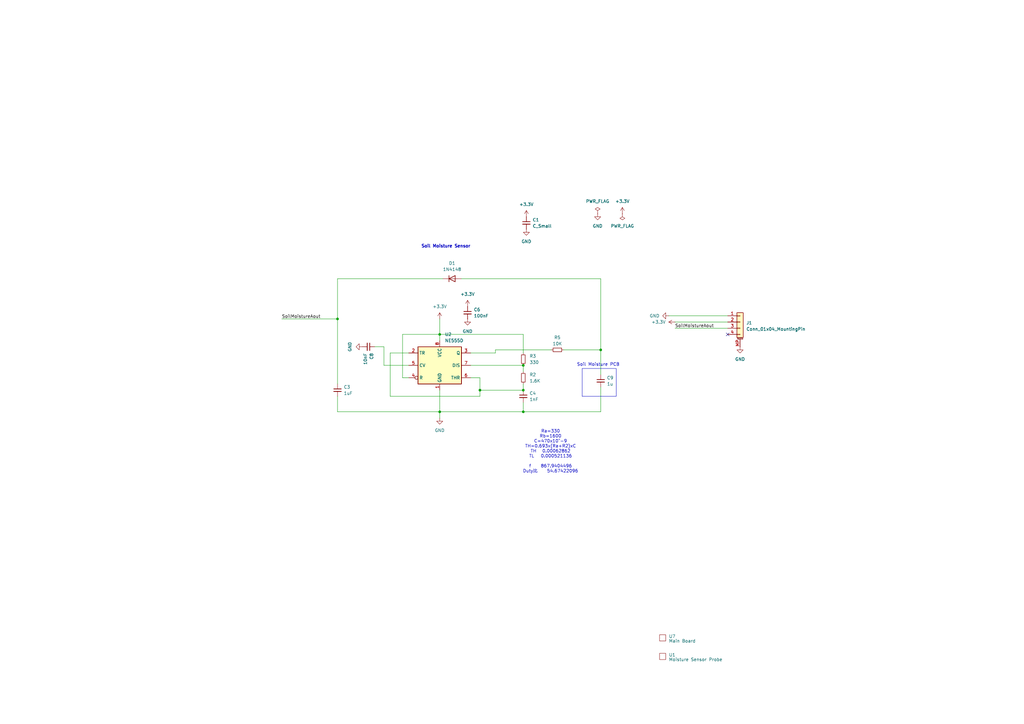
<source format=kicad_sch>
(kicad_sch (version 20250114) (generator "eeschema") (generator_version "9.0")
  (paper "A3")
  (title_block (title "Soil Misture Sensor") (date "2025-11-01") (rev "1.0.0"))
  (lib_symbols
    (symbol "Connector_Generic_MountingPin:Conn_01x04_MountingPin" (pin_names (offset 1.016) (hide yes))
      (property "Reference" "J" (at 0 5.08 0))
      (property "Value" "Conn_01x04_MountingPin" (at 1.27 -7.62 0))
      (symbol "Conn_01x04_MountingPin_1_1"
        (rectangle (start -1.27 3.81) (end 1.27 -6.35) (stroke (width 0.254)) (fill (type background)))
        (rectangle (start -1.27 2.667) (end 0 2.413) (stroke (width 0.1524)))
        (rectangle (start -1.27 0.127) (end 0 -0.127) (stroke (width 0.1524)))
        (rectangle (start -1.27 -2.413) (end 0 -2.667) (stroke (width 0.1524)))
        (rectangle (start -1.27 -4.953) (end 0 -5.207) (stroke (width 0.1524)))
        (polyline (pts (xy -1.016 -7.112) (xy 1.016 -7.112)) (stroke (width 0.1524)))
        (text "Mounting" (at 0 -6.731 0) (effects (font (size 0.381 0.381))))
        (pin passive line (at -5.08 2.54 0) (length 3.81) (name "Pin_1") (number "1"))
        (pin passive line (at -5.08 0 0) (length 3.81) (name "Pin_2") (number "2"))
        (pin passive line (at -5.08 -2.54 0) (length 3.81) (name "Pin_3") (number "3"))
        (pin passive line (at -5.08 -5.08 0) (length 3.81) (name "Pin_4") (number "4"))
        (pin passive line (at 0 -10.16 90) (length 3.048) (name "MountPin") (number "MP"))
      )
    )
    (symbol "Device:C_Small" (pin_numbers (hide yes)) (pin_names (offset 0.254) (hide yes))
      (property "Reference" "C" (at 0.254 1.778 0))
      (property "Value" "C_Small" (at 0.254 -2.032 0))
      (symbol "C_Small_0_1"
        (polyline (pts (xy -1.524 0.508) (xy 1.524 0.508)) (stroke (width 0.3048)))
        (polyline (pts (xy -1.524 -0.508) (xy 1.524 -0.508)) (stroke (width 0.3302)))
      )
      (symbol "C_Small_1_1"
        (pin passive line (at 0 2.54 270) (length 2.032) (name "~") (number "1"))
        (pin passive line (at 0 -2.54 90) (length 2.032) (name "~") (number "2"))
      )
    )
    (symbol "Device:D" (pin_numbers (hide yes)) (pin_names (offset 1.016) (hide yes))
      (property "Reference" "D" (at 0 2.54 0))
      (property "Value" "D" (at 0 -2.54 0))
      (symbol "D_0_1"
        (polyline (pts (xy -1.27 1.27) (xy -1.27 -1.27)) (stroke (width 0.254)))
        (polyline (pts (xy 1.27 1.27) (xy 1.27 -1.27) (xy -1.27 0) (xy 1.27 1.27)) (stroke (width 0.254)))
        (polyline (pts (xy 1.27 0) (xy -1.27 0)))
      )
      (symbol "D_1_1"
        (pin passive line (at -3.81 0 0) (length 2.54) (name "K") (number "1"))
        (pin passive line (at 3.81 0 180) (length 2.54) (name "A") (number "2"))
      )
    )
    (symbol "Device:R_Small" (pin_numbers (hide yes)) (pin_names (offset 0.254) (hide yes))
      (property "Reference" "R" (at 0 0 90))
      (property "Value" "R_Small" (at 1.778 0 90))
      (symbol "R_Small_0_1"
        (rectangle (start -0.762 1.778) (end 0.762 -1.778) (stroke (width 0.2032)))
      )
      (symbol "R_Small_1_1"
        (pin passive line (at 0 2.54 270) (length 0.762) (name "~") (number "1"))
        (pin passive line (at 0 -2.54 90) (length 0.762) (name "~") (number "2"))
      )
    )
    (symbol "Library:BOARD"
      (property "Reference" "U" (at 0 2.286 0))
      (symbol "BOARD_0_1"
        (rectangle (start -1.27 1.27) (end 1.27 -1.27))
      )
    )
    (symbol "R_Small_1" (pin_numbers (hide yes)) (pin_names (offset 0.254) (hide yes))
      (property "Reference" "R" (at 0 0 90))
      (property "Value" "R_Small" (at 1.778 0 90))
      (symbol "R_Small_1_0_1"
        (rectangle (start -0.762 1.778) (end 0.762 -1.778) (stroke (width 0.2032)))
      )
      (symbol "R_Small_1_1_1"
        (pin passive line (at 0 2.54 270) (length 0.762) (name "~") (number "1"))
        (pin passive line (at 0 -2.54 90) (length 0.762) (name "~") (number "2"))
      )
    )
    (symbol "R_Small_2" (pin_numbers (hide yes)) (pin_names (offset 0.254) (hide yes))
      (property "Reference" "R" (at 0 0 90))
      (property "Value" "R_Small" (at 1.778 0 90))
      (symbol "R_Small_2_0_1"
        (rectangle (start -0.762 1.778) (end 0.762 -1.778) (stroke (width 0.2032)))
      )
      (symbol "R_Small_2_1_1"
        (pin passive line (at 0 2.54 270) (length 0.762) (name "~") (number "1"))
        (pin passive line (at 0 -2.54 90) (length 0.762) (name "~") (number "2"))
      )
    )
    (symbol "Timer:NE555D"
      (property "Reference" "U" (at -10.16 8.89 0))
      (property "Value" "NE555D" (at 2.54 8.89 0))
      (symbol "NE555D_0_0"
        (pin power_in line (at 0 10.16 270) (length 2.54) (name "VCC") (number "8"))
        (pin power_in line (at 0 -10.16 90) (length 2.54) (name "GND") (number "1"))
      )
      (symbol "NE555D_0_1"
        (rectangle (start -8.89 -7.62) (end 8.89 7.62) (stroke (width 0.254)) (fill (type background)))
        (rectangle (start -8.89 -7.62) (end 8.89 7.62) (stroke (width 0.254)) (fill (type background)))
      )
      (symbol "NE555D_1_1"
        (pin input line (at -12.7 5.08 0) (length 3.81) (name "TR") (number "2"))
        (pin input line (at -12.7 0 0) (length 3.81) (name "CV") (number "5"))
        (pin input inverted (at -12.7 -5.08 0) (length 3.81) (name "R") (number "4"))
        (pin output line (at 12.7 5.08 180) (length 3.81) (name "Q") (number "3"))
        (pin input line (at 12.7 0 180) (length 3.81) (name "DIS") (number "7"))
        (pin input line (at 12.7 -5.08 180) (length 3.81) (name "THR") (number "6"))
      )
    )
    (symbol "power:+3.3V" (power) (pin_numbers (hide yes)) (pin_names (offset 0) (hide yes))
      (property "Value" "+3.3V" (at 0 3.556 0))
      (symbol "+3.3V_0_1"
        (polyline (pts (xy -0.762 1.27) (xy 0 2.54)))
        (polyline (pts (xy 0 2.54) (xy 0.762 1.27)))
        (polyline (pts (xy 0 0) (xy 0 2.54)))
      )
      (symbol "+3.3V_1_1"
        (pin power_in line (at 0 0 90) (length 0) (name "~") (number "1"))
      )
    )
    (symbol "power:GND" (power) (pin_numbers (hide yes)) (pin_names (offset 0) (hide yes))
      (property "Value" "GND" (at 0 -3.81 0))
      (symbol "GND_0_1"
        (polyline (pts (xy 0 0) (xy 0 -1.27) (xy 1.27 -1.27) (xy 0 -2.54) (xy -1.27 -1.27) (xy 0 -1.27)))
      )
      (symbol "GND_1_1"
        (pin power_in line (at 0 0 270) (length 0) (name "~") (number "1"))
      )
    )
    (symbol "power:PWR_FLAG" (power) (pin_numbers (hide yes)) (pin_names (offset 0) (hide yes))
      (property "Value" "PWR_FLAG" (at 0 3.81 0))
      (symbol "PWR_FLAG_0_0"
        (pin power_out line (at 0 0 90) (length 0) (name "~") (number "1"))
      )
      (symbol "PWR_FLAG_0_1"
        (polyline (pts (xy 0 0) (xy 0 1.27) (xy -1.016 1.905) (xy 0 2.54) (xy 1.016 1.905) (xy 0 1.27)))
      )
    )
  )
  (rectangle (start 238.76 151.13) (end 252.73 162.56))
  (text "Soil Moisture Sensor\n" (at 182.88 101.092 0) (effects (font (size 1.27 1.27) (thickness 0.254) (bold yes))))
  (text "Ra=330\nRb=1600\nC=470x10^-9\nTH=0.693x(Ra+R2)xC\nTH	0.00062862\nTL	0.000521136\n	\nf	867.9404496\nDuty比	54.67422096\n\n" (at 225.806 186.182 0) (effects (font (size 1.27 1.27))))
  (text "Soil Moisture PCB\n" (at 245.364 149.606 0) (effects (font (size 1.27 1.27))))
  (junction (at 214.63 160.02))
  (junction (at 180.34 137.16))
  (junction (at 138.43 130.81))
  (junction (at 180.34 168.91))
  (junction (at 214.63 149.86))
  (junction (at 214.63 168.91))
  (junction (at 196.85 160.02))
  (junction (at 246.38 143.51))
  (no_connect (at 298.45 137.16))
  (wire (pts (xy 167.64 154.94) (xy 165.1 154.94)))
  (wire (pts (xy 138.43 168.91) (xy 138.43 162.56)))
  (wire (pts (xy 160.02 162.56) (xy 196.85 162.56)))
  (wire (pts (xy 165.1 137.16) (xy 180.34 137.16)))
  (wire (pts (xy 115.57 130.81) (xy 138.43 130.81)))
  (wire (pts (xy 193.04 149.86) (xy 214.63 149.86)))
  (wire (pts (xy 246.38 114.3) (xy 246.38 143.51)))
  (wire (pts (xy 180.34 168.91) (xy 180.34 171.45)))
  (wire (pts (xy 196.85 162.56) (xy 196.85 160.02)))
  (wire (pts (xy 167.64 149.86) (xy 157.48 149.86)))
  (wire (pts (xy 180.34 168.91) (xy 138.43 168.91)))
  (wire (pts (xy 157.48 149.86) (xy 157.48 142.24)))
  (wire (pts (xy 138.43 130.81) (xy 138.43 157.48)))
  (wire (pts (xy 214.63 168.91) (xy 246.38 168.91)))
  (wire (pts (xy 214.63 137.16) (xy 180.34 137.16)))
  (wire (pts (xy 214.63 144.78) (xy 214.63 137.16)))
  (wire (pts (xy 276.86 132.08) (xy 298.45 132.08)))
  (wire (pts (xy 246.38 143.51) (xy 231.14 143.51)))
  (wire (pts (xy 138.43 114.3) (xy 181.61 114.3)))
  (wire (pts (xy 214.63 160.02) (xy 214.63 157.48)))
  (wire (pts (xy 203.2 144.78) (xy 203.2 143.51)))
  (wire (pts (xy 138.43 130.81) (xy 138.43 114.3)))
  (wire (pts (xy 180.34 137.16) (xy 180.34 139.7)))
  (wire (pts (xy 214.63 149.86) (xy 214.63 152.4)))
  (wire (pts (xy 165.1 154.94) (xy 165.1 137.16)))
  (wire (pts (xy 203.2 143.51) (xy 226.06 143.51)))
  (wire (pts (xy 274.32 129.54) (xy 298.45 129.54)))
  (wire (pts (xy 160.02 144.78) (xy 167.64 144.78)))
  (wire (pts (xy 180.34 160.02) (xy 180.34 168.91)))
  (wire (pts (xy 196.85 160.02) (xy 214.63 160.02)))
  (wire (pts (xy 193.04 144.78) (xy 203.2 144.78)))
  (wire (pts (xy 246.38 153.67) (xy 246.38 143.51)))
  (wire (pts (xy 180.34 130.81) (xy 180.34 137.16)))
  (wire (pts (xy 246.38 168.91) (xy 246.38 158.75)))
  (wire (pts (xy 160.02 162.56) (xy 160.02 144.78)))
  (wire (pts (xy 214.63 165.1) (xy 214.63 168.91)))
  (wire (pts (xy 276.86 134.62) (xy 298.45 134.62)))
  (wire (pts (xy 196.85 154.94) (xy 196.85 160.02)))
  (wire (pts (xy 180.34 168.91) (xy 214.63 168.91)))
  (wire (pts (xy 189.23 114.3) (xy 246.38 114.3)))
  (wire (pts (xy 193.04 154.94) (xy 196.85 154.94)))
  (wire (pts (xy 157.48 142.24) (xy 153.67 142.24)))
  (label "SoilMoistureAout" (at 115.57 130.81 0))
  (label "SoilMoistureAout" (at 276.86 134.62 0))
  (symbol (lib_id "Device:C_Small") (at 191.77 128.27 0) (unit 1)
    (property "Reference" "C6" (at 194.31 127.0062 0) (effects (justify left)))
    (property "Value" "100nF" (at 194.31 129.5462 0) (effects (justify left)))
    (property "Footprint" "Capacitor_SMD:C_0402_1005Metric" (effects (hide yes)))
    (property "Description" "Unpolarized capacitor, small symbol" (effects (hide yes)))
  )
  (symbol (lib_id "power:GND") (at 274.32 129.54 270) (unit 1)
    (property "Reference" "#PWR04" (effects (hide yes)))
    (property "Value" "GND" (at 270.51 129.5399 90) (effects (justify right)))
    (property "Description" "Power symbol creates a global label with name \"GND\" , ground" (effects (hide yes)))
  )
  (symbol (lib_id "Connector_Generic_MountingPin:Conn_01x04_MountingPin") (at 303.53 132.08 0) (unit 1) (exclude_from_sim yes)
    (property "Reference" "J1" (at 306.07 132.4355 0) (effects (justify left)))
    (property "Value" "Conn_01x04_MountingPin" (at 306.07 134.9755 0) (effects (justify left)))
    (property "Footprint" "Library:TE_84953-4_amazon" (effects (hide yes)))
    (property "Description" "Generic connectable mounting pin connector, single row, 01x04, script generated (kicad-library-utils/schlib/autogen/connector/)" (effects (hide yes)))
  )
  (symbol (lib_id "Device:C_Small") (at 215.9 91.44 0) (unit 1)
    (property "Reference" "C1" (at 218.44 90.1762 0) (effects (justify left)))
    (property "Value" "C_Small" (at 218.44 92.7162 0) (effects (justify left)))
    (property "Footprint" "Capacitor_SMD:C_0603_1608Metric" (effects (hide yes)))
    (property "Description" "Unpolarized capacitor, small symbol" (effects (hide yes)))
  )
  (symbol (lib_id "power:+3.3V") (at 255.27 87.63 0) (unit 1)
    (property "Reference" "#PWR01" (effects (hide yes)))
    (property "Value" "+3.3V" (at 255.27 82.55 0))
    (property "Description" "Power symbol creates a global label with name \"+3.3V\"" (effects (hide yes)))
  )
  (symbol (lib_id "power:+3.3V") (at 180.34 130.81 0) (unit 1)
    (property "Reference" "#PWR06" (effects (hide yes)))
    (property "Value" "+3.3V" (at 180.34 125.73 0))
    (property "Description" "Power symbol creates a global label with name \"+3.3V\"" (effects (hide yes)))
  )
  (symbol (lib_id "Library:BOARD") (at 271.78 269.24 0) (unit 1) (exclude_from_sim yes)
    (property "Reference" "U1" (at 274.32 268.6049 0) (effects (justify left)))
    (property "Value" "Moisture Sensor Probe" (at 274.32 270.51 0) (effects (justify left)))
    (property "Footprint" "Library:UpperBoard" (effects (hide yes)))
  )
  (symbol (lib_id "power:PWR_FLAG") (at 255.27 87.63 180) (unit 1)
    (property "Reference" "#FLG02" (effects (hide yes)))
    (property "Value" "PWR_FLAG" (at 255.27 92.71 0))
    (property "Description" "Special symbol for telling ERC where power comes from" (effects (hide yes)))
  )
  (symbol (lib_id "Device:D") (at 185.42 114.3 0) (unit 1)
    (property "Reference" "D1" (at 185.42 107.95 0))
    (property "Value" "1N4148" (at 185.42 110.49 0))
    (property "Footprint" "Diode_SMD:D_SOD-323_HandSoldering" (effects (hide yes)))
    (property "Description" "Diode" (effects (hide yes)))
    (property "Sim.Device" "D" (effects (hide yes)))
    (property "Sim.Pins" "1=K 2=A" (effects (hide yes)))
  )
  (symbol (lib_id "Device:C_Small") (at 138.43 160.02 0) (unit 1)
    (property "Reference" "C3" (at 140.97 158.7562 0) (effects (justify left)))
    (property "Value" "1uF" (at 140.97 161.2962 0) (effects (justify left)))
    (property "Footprint" "Capacitor_SMD:C_0402_1005Metric" (effects (hide yes)))
    (property "Description" "Unpolarized capacitor, small symbol" (effects (hide yes)))
  )
  (symbol (lib_id "power:GND") (at 191.77 130.81 0) (unit 1)
    (property "Reference" "#PWR011" (effects (hide yes)))
    (property "Value" "GND" (at 191.77 135.89 0))
    (property "Description" "Power symbol creates a global label with name \"GND\" , ground" (effects (hide yes)))
  )
  (symbol (lib_id "power:GND") (at 303.53 142.24 0) (unit 1)
    (property "Reference" "#PWR05" (effects (hide yes)))
    (property "Value" "GND" (at 303.53 147.32 0))
    (property "Description" "Power symbol creates a global label with name \"GND\" , ground" (effects (hide yes)))
  )
  (symbol (lib_id "power:GND") (at 180.34 171.45 0) (unit 1)
    (property "Reference" "#PWR02" (effects (hide yes)))
    (property "Value" "GND" (at 180.34 176.53 0))
    (property "Description" "Power symbol creates a global label with name \"GND\" , ground" (effects (hide yes)))
  )
  (symbol (lib_id "power:GND") (at 148.59 142.24 270) (unit 1)
    (property "Reference" "#PWR015" (effects (hide yes)))
    (property "Value" "GND" (at 143.51 142.24 0))
    (property "Description" "Power symbol creates a global label with name \"GND\" , ground" (effects (hide yes)))
  )
  (symbol (lib_name "R_Small_2") (lib_id "Device:R_Small") (at 214.63 154.94 180) (unit 1)
    (property "Reference" "R2" (at 217.17 153.6699 0) (effects (justify right)))
    (property "Value" "1.6K" (at 217.17 156.2099 0) (effects (justify right)))
    (property "Footprint" "Resistor_SMD:R_0402_1005Metric" (effects (hide yes)))
    (property "Description" "Resistor, small symbol" (effects (hide yes)))
  )
  (symbol (lib_id "power:+3.3V") (at 215.9 88.9 0) (unit 1)
    (property "Reference" "#PWR09" (effects (hide yes)))
    (property "Value" "+3.3V" (at 215.9 83.82 0))
    (property "Description" "Power symbol creates a global label with name \"+3.3V\"" (effects (hide yes)))
  )
  (symbol (lib_id "power:PWR_FLAG") (at 245.11 87.63 0) (unit 1)
    (property "Reference" "#FLG01" (effects (hide yes)))
    (property "Value" "PWR_FLAG" (at 245.11 82.55 0))
    (property "Description" "Special symbol for telling ERC where power comes from" (effects (hide yes)))
  )
  (symbol (lib_id "Device:C_Small") (at 246.38 156.21 0) (unit 1)
    (property "Reference" "C9" (at 248.92 154.9462 0) (effects (justify left)))
    (property "Value" "1u" (at 248.92 157.4862 0) (effects (justify left)))
    (property "Footprint" "Library:Soil Moisture Sensor 100x10" (effects (hide yes)))
    (property "Description" "Unpolarized capacitor, small symbol" (effects (hide yes)))
  )
  (symbol (lib_id "power:+3.3V") (at 276.86 132.08 90) (unit 1)
    (property "Reference" "#PWR03" (effects (hide yes)))
    (property "Value" "+3.3V" (at 273.05 132.0799 90) (effects (justify left)))
    (property "Description" "Power symbol creates a global label with name \"+3.3V\"" (effects (hide yes)))
  )
  (symbol (lib_id "Device:C_Small") (at 214.63 162.56 0) (unit 1)
    (property "Reference" "C4" (at 217.17 161.2962 0) (effects (justify left)))
    (property "Value" "1nF" (at 217.17 163.8362 0) (effects (justify left)))
    (property "Footprint" "Capacitor_SMD:C_0402_1005Metric" (effects (hide yes)))
    (property "Description" "Unpolarized capacitor, small symbol" (effects (hide yes)))
  )
  (symbol (lib_id "Device:R_Small") (at 228.6 143.51 270) (unit 1)
    (property "Reference" "R5" (at 228.6 138.43 90))
    (property "Value" "10K" (at 228.6 140.97 90))
    (property "Footprint" "Resistor_SMD:R_0402_1005Metric" (effects (hide yes)))
    (property "Description" "Resistor, small symbol" (effects (hide yes)))
  )
  (symbol (lib_id "power:+3.3V") (at 191.77 125.73 0) (unit 1)
    (property "Reference" "#PWR010" (effects (hide yes)))
    (property "Value" "+3.3V" (at 191.77 120.65 0))
    (property "Description" "Power symbol creates a global label with name \"+3.3V\"" (effects (hide yes)))
  )
  (symbol (lib_id "Timer:NE555D") (at 180.34 149.86 0) (unit 1)
    (property "Reference" "U2" (at 182.4833 137.16 0) (effects (justify left)))
    (property "Value" "NE555D" (at 182.4833 139.7 0) (effects (justify left)))
    (property "Footprint" "Package_SO:SOIC-8_3.9x4.9mm_P1.27mm" (effects (hide yes)))
    (property "Datasheet" "http://www.ti.com/lit/ds/symlink/ne555.pdf" (effects (hide yes)))
    (property "Description" "Precision Timers, 555 compatible, SOIC-8" (effects (hide yes)))
    (property "Sim.Pins" "1=gnd 2=trigger 3=output 4=reset 5=control 6=threshold 7=dishcharge 8=vsupply" (effects (hide yes)))
    (property "Sim.Library" "spice model\\NE555.lib" (effects (hide yes)))
    (property "Sim.Name" "UA555" (effects (hide yes)))
    (property "Sim.Device" "SUBCKT" (effects (hide yes)))
  )
  (symbol (lib_name "R_Small_1") (lib_id "Device:R_Small") (at 214.63 147.32 180) (unit 1)
    (property "Reference" "R3" (at 217.17 146.0499 0) (effects (justify right)))
    (property "Value" "330" (at 217.17 148.5899 0) (effects (justify right)))
    (property "Footprint" "Resistor_SMD:R_0402_1005Metric" (effects (hide yes)))
    (property "Description" "Resistor, small symbol" (effects (hide yes)))
  )
  (symbol (lib_id "Device:C_Small") (at 151.13 142.24 270) (unit 1)
    (property "Reference" "C8" (at 152.3938 144.78 0) (effects (justify left)))
    (property "Value" "10nF" (at 149.8538 144.78 0) (effects (justify left)))
    (property "Footprint" "Capacitor_SMD:C_0402_1005Metric" (effects (hide yes)))
    (property "Description" "Unpolarized capacitor, small symbol" (effects (hide yes)))
  )
  (symbol (lib_id "Library:BOARD") (at 271.78 261.62 0) (unit 1) (exclude_from_sim yes)
    (property "Reference" "U7" (at 274.32 260.9849 0) (effects (justify left)))
    (property "Value" "Main Board" (at 274.32 262.89 0) (effects (justify left)))
    (property "Footprint" "Library:Soil_Monitor_MainBorad_100x10" (effects (hide yes)))
  )
  (symbol (lib_id "power:GND") (at 245.11 87.63 0) (unit 1)
    (property "Reference" "#PWR08" (effects (hide yes)))
    (property "Value" "GND" (at 245.11 92.71 0))
    (property "Description" "Power symbol creates a global label with name \"GND\" , ground" (effects (hide yes)))
  )
  (symbol (lib_id "power:GND") (at 215.9 93.98 0) (unit 1)
    (property "Reference" "#PWR07" (effects (hide yes)))
    (property "Value" "GND" (at 215.9 99.06 0))
    (property "Description" "Power symbol creates a global label with name \"GND\" , ground" (effects (hide yes)))
  )
)
</source>
